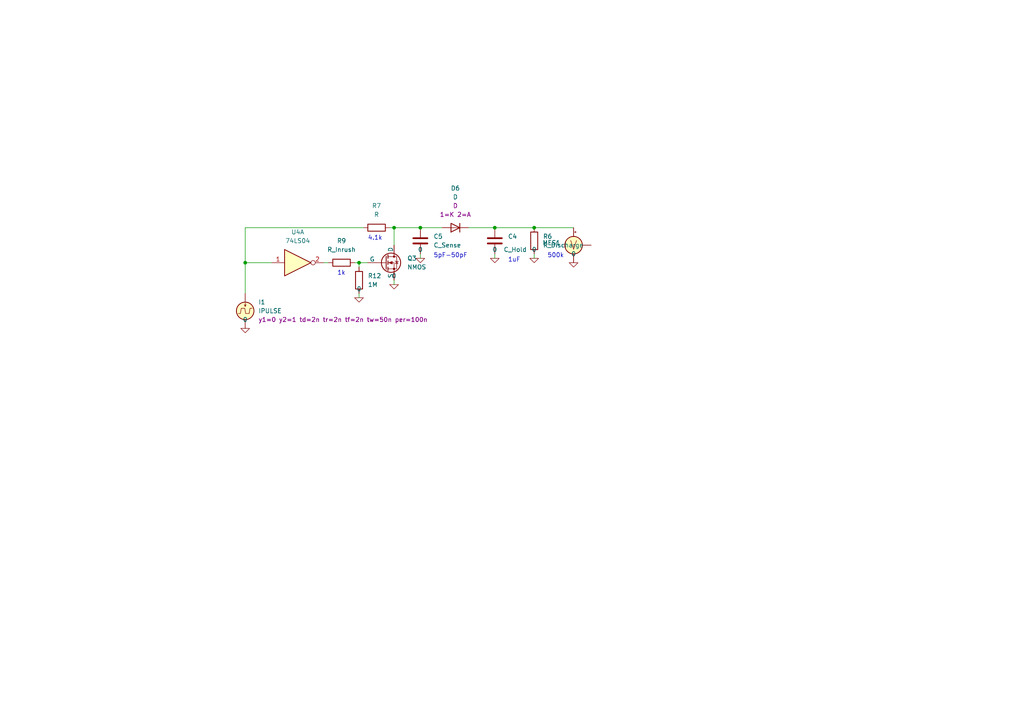
<source format=kicad_sch>
(kicad_sch (version 20230121) (generator eeschema)
  (paper "A4")
  (lib_symbols
    (symbol "74xx:74LS04"
      (property "Reference" "U" (at 0 1.27 0))
      (property "Value" "74LS04" (at 0 -1.27 0))
      (symbol "74LS04_1_0"
        (polyline (pts (xy -3.81 3.81) (xy -3.81 -3.81) (xy 3.81 0) (xy -3.81 3.81)) (stroke (width 0.254)) (fill (type background)))
        (pin input line (at -7.62 0 0) (length 3.81) (name "~") (number "1"))
        (pin output inverted (at 7.62 0 180) (length 3.81) (name "~") (number "2"))
      )
      (symbol "74LS04_2_0"
        (polyline (pts (xy -3.81 3.81) (xy -3.81 -3.81) (xy 3.81 0) (xy -3.81 3.81)) (stroke (width 0.254)) (fill (type background)))
        (pin input line (at -7.62 0 0) (length 3.81) (name "~") (number "3"))
        (pin output inverted (at 7.62 0 180) (length 3.81) (name "~") (number "4"))
      )
      (symbol "74LS04_3_0"
        (polyline (pts (xy -3.81 3.81) (xy -3.81 -3.81) (xy 3.81 0) (xy -3.81 3.81)) (stroke (width 0.254)) (fill (type background)))
        (pin input line (at -7.62 0 0) (length 3.81) (name "~") (number "5"))
        (pin output inverted (at 7.62 0 180) (length 3.81) (name "~") (number "6"))
      )
      (symbol "74LS04_4_0"
        (polyline (pts (xy -3.81 3.81) (xy -3.81 -3.81) (xy 3.81 0) (xy -3.81 3.81)) (stroke (width 0.254)) (fill (type background)))
        (pin output inverted (at 7.62 0 180) (length 3.81) (name "~") (number "8"))
        (pin input line (at -7.62 0 0) (length 3.81) (name "~") (number "9"))
      )
      (symbol "74LS04_5_0"
        (polyline (pts (xy -3.81 3.81) (xy -3.81 -3.81) (xy 3.81 0) (xy -3.81 3.81)) (stroke (width 0.254)) (fill (type background)))
        (pin output inverted (at 7.62 0 180) (length 3.81) (name "~") (number "10"))
        (pin input line (at -7.62 0 0) (length 3.81) (name "~") (number "11"))
      )
      (symbol "74LS04_6_0"
        (polyline (pts (xy -3.81 3.81) (xy -3.81 -3.81) (xy 3.81 0) (xy -3.81 3.81)) (stroke (width 0.254)) (fill (type background)))
        (pin output inverted (at 7.62 0 180) (length 3.81) (name "~") (number "12"))
        (pin input line (at -7.62 0 0) (length 3.81) (name "~") (number "13"))
      )
      (symbol "74LS04_7_0"
        (pin power_in line (at 0 12.7 270) (length 5.08) (name "VCC") (number "14"))
        (pin power_in line (at 0 -12.7 90) (length 5.08) (name "GND") (number "7"))
      )
      (symbol "74LS04_7_1"
        (rectangle (start -5.08 7.62) (end 5.08 -7.62) (stroke (width 0.254)) (fill (type background)))
      )
    )
    (symbol "Device:C" (pin_numbers hide) (pin_names (offset 0.254))
      (property "Reference" "C" (at 0.635 2.54 0))
      (property "Value" "C" (at 0.635 -2.54 0))
      (symbol "C_0_1"
        (polyline (pts (xy -2.032 -0.762) (xy 2.032 -0.762)) (stroke (width 0.508)))
        (polyline (pts (xy -2.032 0.762) (xy 2.032 0.762)) (stroke (width 0.508)))
      )
      (symbol "C_1_1"
        (pin passive line (at 0 3.81 270) (length 2.794) (name "~") (number "1"))
        (pin passive line (at 0 -3.81 90) (length 2.794) (name "~") (number "2"))
      )
    )
    (symbol "Device:R" (pin_numbers hide) (pin_names (offset 0))
      (property "Reference" "R" (at 2.032 0 90))
      (property "Value" "R" (at 0 0 90))
      (symbol "R_0_1"
        (rectangle (start -1.016 -2.54) (end 1.016 2.54) (stroke (width 0.254)))
      )
      (symbol "R_1_1"
        (pin passive line (at 0 3.81 270) (length 1.27) (name "~") (number "1"))
        (pin passive line (at 0 -3.81 90) (length 1.27) (name "~") (number "2"))
      )
    )
    (symbol "Simulation_SPICE:0" (power) (pin_names (offset 0))
      (property "Value" "0" (at 0 -1.778 0))
      (symbol "0_0_1"
        (polyline (pts (xy -1.27 0) (xy 0 -1.27) (xy 1.27 0) (xy -1.27 0)))
      )
      (symbol "0_1_1"
        (pin power_in line (at 0 0 0) (length 0) hide (name "0") (number "1"))
      )
    )
    (symbol "Simulation_SPICE:D" (pin_numbers hide) (pin_names (offset 1.016) hide)
      (property "Reference" "D" (at 0 2.54 0))
      (property "Value" "D" (at 0 -2.54 0))
      (property "Sim.Device" "D" (at 0 0 0))
      (property "Sim.Pins" "1=K 2=A" (at 0 0 0))
      (symbol "D_0_1"
        (polyline (pts (xy -1.27 1.27) (xy -1.27 -1.27)) (stroke (width 0.254)))
        (polyline (pts (xy 1.27 0) (xy -1.27 0)))
        (polyline (pts (xy 1.27 1.27) (xy 1.27 -1.27) (xy -1.27 0) (xy 1.27 1.27)) (stroke (width 0.254)))
      )
      (symbol "D_1_1"
        (pin passive line (at -3.81 0 0) (length 2.54) (name "K") (number "1"))
        (pin passive line (at 3.81 0 180) (length 2.54) (name "A") (number "2"))
      )
    )
    (symbol "Simulation_SPICE:IPULSE" (pin_numbers hide) (pin_names (offset 0.0254))
      (property "Reference" "I" (at 2.54 2.54 0))
      (property "Value" "IPULSE" (at 2.54 0 0))
      (property "Sim.Params" "y1=0 y2=1 td=2n tr=2n tf=2n tw=50n per=100n" (at 2.54 -2.54 0))
      (symbol "IPULSE_0_0"
        (polyline (pts (xy -2.032 -0.762) (xy -1.397 -0.762) (xy -1.143 0.762) (xy -0.127 0.762) (xy 0.127 -0.762) (xy 1.143 -0.762) (xy 1.397 0.762) (xy 2.032 0.762)))
      )
      (symbol "IPULSE_0_1"
        (polyline (pts (xy 0 1.27) (xy 0 2.286)))
        (polyline (pts (xy -0.254 1.778) (xy 0 1.27) (xy 0.254 1.778)))
        (circle (center 0 0) (radius 2.54) (stroke (width 0.254)) (fill (type background)))
      )
      (symbol "IPULSE_1_1"
        (pin passive line (at 0 5.08 270) (length 2.54) (name "~") (number "1"))
        (pin passive line (at 0 -5.08 90) (length 2.54) (name "~") (number "2"))
      )
    )
    (symbol "Simulation_SPICE:NMOS" (pin_numbers hide) (pin_names (offset 0))
      (property "Reference" "Q" (at 5.08 1.27 0))
      (property "Value" "NMOS" (at 5.08 -1.27 0))
      (symbol "NMOS_0_1"
        (polyline (pts (xy 0.254 0) (xy -2.54 0)))
        (polyline (pts (xy 0.254 1.905) (xy 0.254 -1.905)) (stroke (width 0.254)))
        (polyline (pts (xy 0.762 -1.27) (xy 0.762 -2.286)) (stroke (width 0.254)))
        (polyline (pts (xy 0.762 0.508) (xy 0.762 -0.508)) (stroke (width 0.254)))
        (polyline (pts (xy 0.762 2.286) (xy 0.762 1.27)) (stroke (width 0.254)))
        (polyline (pts (xy 2.54 2.54) (xy 2.54 1.778)))
        (polyline (pts (xy 2.54 -2.54) (xy 2.54 0) (xy 0.762 0)))
        (polyline (pts (xy 0.762 -1.778) (xy 3.302 -1.778) (xy 3.302 1.778) (xy 0.762 1.778)))
        (polyline (pts (xy 1.016 0) (xy 2.032 0.381) (xy 2.032 -0.381) (xy 1.016 0)) (fill (type outline)))
        (polyline (pts (xy 2.794 0.508) (xy 2.921 0.381) (xy 3.683 0.381) (xy 3.81 0.254)))
        (polyline (pts (xy 3.302 0.381) (xy 2.921 -0.254) (xy 3.683 -0.254) (xy 3.302 0.381)))
        (circle (center 1.651 0) (radius 2.794) (stroke (width 0.254)))
        (circle (center 2.54 -1.778) (radius 0.254) (fill (type outline)))
        (circle (center 2.54 1.778) (radius 0.254) (fill (type outline)))
      )
      (symbol "NMOS_1_1"
        (pin passive line (at 2.54 5.08 270) (length 2.54) (name "D") (number "1"))
        (pin input line (at -5.08 0 0) (length 2.54) (name "G") (number "2"))
        (pin passive line (at 2.54 -5.08 90) (length 2.54) (name "S") (number "3"))
      )
    )
    (symbol "Simulation_SPICE:VOLTMETER_DIFF" (pin_numbers hide) (pin_names (offset 0.0254) hide) (in_bom no) (on_board no)
      (property "Reference" "MES?" (at -10.16 0 0))
      (symbol "VOLTMETER_DIFF_0_0"
        (text "V" (at 0 0 0) (effects (font (size 2.54 2.54))))
      )
      (symbol "VOLTMETER_DIFF_0_1"
        (polyline (pts (xy 0.254 3.81) (xy 0.762 3.81)))
        (polyline (pts (xy 0.508 4.064) (xy 0.508 3.556)))
        (circle (center 0 0) (radius 2.54) (stroke (width 0.254)) (fill (type background)))
      )
      (symbol "VOLTMETER_DIFF_1_1"
        (pin passive line (at 0 5.08 270) (length 2.54) (name "+") (number "1"))
        (pin passive line (at 0 -5.08 90) (length 2.54) (name "-") (number "2"))
        (pin output line (at 5.08 0 180) (length 2.54) (name "out") (number "3"))
      )
    )
  )
  (junction (at 114.3 66.04))
  (junction (at 71.12 76.2))
  (junction (at 154.94 66.04))
  (junction (at 121.92 66.04))
  (junction (at 143.51 66.04))
  (junction (at 104.14 76.2))
  (wire (pts (xy 71.12 85.09) (xy 71.12 76.2)))
  (wire (pts (xy 121.92 73.66) (xy 121.92 74.93)))
  (wire (pts (xy 114.3 66.04) (xy 114.3 71.12)))
  (wire (pts (xy 154.94 66.04) (xy 166.37 66.04)))
  (wire (pts (xy 143.51 73.66) (xy 143.51 74.93)))
  (wire (pts (xy 104.14 76.2) (xy 106.68 76.2)))
  (wire (pts (xy 71.12 66.04) (xy 105.41 66.04)))
  (wire (pts (xy 71.12 76.2) (xy 78.74 76.2)))
  (wire (pts (xy 114.3 66.04) (xy 121.92 66.04)))
  (wire (pts (xy 71.12 76.2) (xy 71.12 66.04)))
  (wire (pts (xy 154.94 73.66) (xy 154.94 74.93)))
  (wire (pts (xy 93.98 76.2) (xy 95.25 76.2)))
  (wire (pts (xy 121.92 66.04) (xy 128.27 66.04)))
  (wire (pts (xy 114.3 81.28) (xy 114.3 82.55)))
  (wire (pts (xy 143.51 66.04) (xy 154.94 66.04)))
  (wire (pts (xy 113.03 66.04) (xy 114.3 66.04)))
  (wire (pts (xy 104.14 76.2) (xy 104.14 77.47)))
  (wire (pts (xy 104.14 85.09) (xy 104.14 86.36)))
  (wire (pts (xy 135.89 66.04) (xy 143.51 66.04)))
  (wire (pts (xy 102.87 76.2) (xy 104.14 76.2)))
  (text "5pF-50pF" (at 125.73 74.93 0) (effects (font (size 1.27 1.27)) (justify left bottom)))
  (text "500k" (at 158.75 74.93 0) (effects (font (size 1.27 1.27)) (justify left bottom)))
  (text "4.1k" (at 106.68 69.85 0) (effects (font (size 1.27 1.27)) (justify left bottom)))
  (text "1uF" (at 147.32 76.2 0) (effects (font (size 1.27 1.27)) (justify left bottom)))
  (text "1k" (at 97.79 80.01 0) (effects (font (size 1.27 1.27)) (justify left bottom)))
  (symbol (lib_id "Device:R") (at 99.06 76.2 90) (unit 1)
    (property "Reference" "R9" (at 99.06 69.85 90))
    (property "Value" "R_Inrush" (at 99.06 72.39 90))
    (instances (project "Mad_PlantBug" (path "" (reference "R9") (unit 1)) (path "" (reference "R14") (unit 1))))
  )
  (symbol (lib_id "Device:C") (at 121.92 69.85 0) (unit 1)
    (property "Reference" "C5" (at 125.73 68.58 0) (effects (justify left)))
    (property "Value" "C_Sense" (at 125.73 71.12 0) (effects (justify left)))
    (instances (project "Mad_PlantBug" (path "" (reference "C5") (unit 1)) (path "" (reference "C7") (unit 1))))
  )
  (symbol (lib_id "Device:R") (at 109.22 66.04 90) (unit 1)
    (property "Reference" "R7" (at 109.22 59.69 90))
    (property "Value" "R" (at 109.22 62.23 90))
    (instances (project "Mad_PlantBug" (path "" (reference "R7") (unit 1)) (path "" (reference "R16") (unit 1))))
  )
  (symbol (lib_id "Simulation_SPICE:0") (at 104.14 86.36 0) (unit 1)
    (property "Reference" "#GND01" (effects hide))
    (property "Value" "0" (at 104.14 83.82 0))
  )
  (symbol (lib_id "Simulation_SPICE:VOLTMETER_DIFF") (at 166.37 71.12 0) (unit 1) (in_bom no) (on_board no)
    (property "Reference" "MES1" (at 162.56 70.4215 0) (effects (justify right)))
    (property "Value" "VOLTMETER_DIFF" (effects hide))
    (property "Datasheet" "https://ngspice.sourceforge.io/docs/ngspice-manual.pdf" (effects hide))
    (property "Sim.Name" "kicad_builtin_vdiff" (effects hide))
    (property "Sim.Device" "SUBCKT" (effects hide))
    (property "Sim.Pins" "1=1 2=2 3=3" (effects hide))
    (property "Sim.Library" "${KICAD7_SYMBOL_DIR}/Simulation_SPICE.sp" (effects hide))
  )
  (symbol (lib_id "Device:R") (at 104.14 81.28 0) (unit 1)
    (property "Reference" "R12" (at 106.68 80.01 0) (effects (justify left)))
    (property "Value" "1M" (at 106.68 82.55 0) (effects (justify left)))
    (instances (project "Mad_PlantBug" (path "" (reference "R12") (unit 1)) (path "" (reference "R15") (unit 1))))
  )
  (symbol (lib_id "Device:C") (at 143.51 69.85 0) (unit 1)
    (property "Reference" "C4" (at 147.32 68.58 0) (effects (justify left)))
    (property "Value" "C_Hold" (at 146.05 72.39 0) (effects (justify left)))
    (instances (project "Mad_PlantBug" (path "" (reference "C4") (unit 1)) (path "" (reference "C8") (unit 1))))
  )
  (symbol (lib_id "Simulation_SPICE:0") (at 71.12 95.25 0) (unit 1)
    (property "Reference" "#GND06" (effects hide))
    (property "Value" "0" (at 71.12 92.71 0))
  )
  (symbol (lib_id "Simulation_SPICE:0") (at 154.94 74.93 0) (unit 1)
    (property "Reference" "#GND05" (effects hide))
    (property "Value" "0" (at 154.94 72.39 0))
  )
  (symbol (lib_id "Simulation_SPICE:0") (at 121.92 74.93 0) (unit 1)
    (property "Reference" "#GND03" (effects hide))
    (property "Value" "0" (at 121.92 72.39 0))
  )
  (symbol (lib_id "Simulation_SPICE:0") (at 143.51 74.93 0) (unit 1)
    (property "Reference" "#GND04" (effects hide))
    (property "Value" "0" (at 143.51 72.39 0))
  )
  (symbol (lib_id "Simulation_SPICE:0") (at 114.3 82.55 0) (unit 1)
    (property "Reference" "#GND02" (effects hide))
    (property "Value" "0" (at 114.3 80.01 0))
  )
  (symbol (lib_id "Simulation_SPICE:0") (at 166.37 76.2 0) (unit 1)
    (property "Reference" "#GND07" (effects hide))
    (property "Value" "0" (at 166.37 73.66 0))
  )
  (symbol (lib_id "Device:R") (at 154.94 69.85 0) (unit 1)
    (property "Reference" "R6" (at 157.48 68.58 0) (effects (justify left)))
    (property "Value" "R_Discharge" (at 157.48 71.12 0) (effects (justify left)))
    (instances (project "Mad_PlantBug" (path "" (reference "R6") (unit 1)) (path "" (reference "R17") (unit 1))))
  )
  (symbol (lib_id "Simulation_SPICE:D") (at 132.08 66.04 180) (unit 1)
    (property "Reference" "D6" (at 132.08 54.61 0))
    (property "Value" "D" (at 132.08 57.15 0))
    (property "Sim.Device" "D" (at 132.08 59.69 0))
    (property "Sim.Pins" "1=K 2=A" (at 132.08 62.23 0))
  )
  (symbol (lib_id "74xx:74LS04") (at 86.36 76.2 0) (unit 1)
    (property "Reference" "U4" (at 86.36 67.31 0))
    (property "Value" "74LS04" (at 86.36 69.85 0))
    (property "Datasheet" "http://www.ti.com/lit/gpn/sn74LS04" (effects hide))
  )
  (symbol (lib_id "Simulation_SPICE:IPULSE") (at 71.12 90.17 0) (unit 1)
    (property "Reference" "I1" (at 74.93 87.63 0) (effects (justify left)))
    (property "Value" "IPULSE" (at 74.93 90.17 0) (effects (justify left)))
    (property "Sim.Pins" "1=+ 2=-" (effects hide))
    (property "Sim.Device" "I" (effects hide))
    (property "Sim.Type" "PULSE" (effects hide))
    (property "Sim.Params" "y1=0 y2=1 td=2n tr=2n tf=2n tw=50n per=100n" (at 74.93 92.71 0) (effects (justify left)))
  )
  (symbol (lib_id "Simulation_SPICE:NMOS") (at 111.76 76.2 0) (unit 1)
    (property "Reference" "Q3" (at 118.11 74.93 0) (effects (justify left)))
    (property "Value" "NMOS" (at 118.11 77.47 0) (effects (justify left)))
    (property "Datasheet" "https://ngspice.sourceforge.io/docs/ngspice-manual.pdf" (effects hide))
    (property "Sim.Device" "NMOS" (effects hide))
    (property "Sim.Type" "VDMOS" (effects hide))
    (property "Sim.Pins" "1=D 2=G 3=S" (effects hide))
  )
)
</source>
